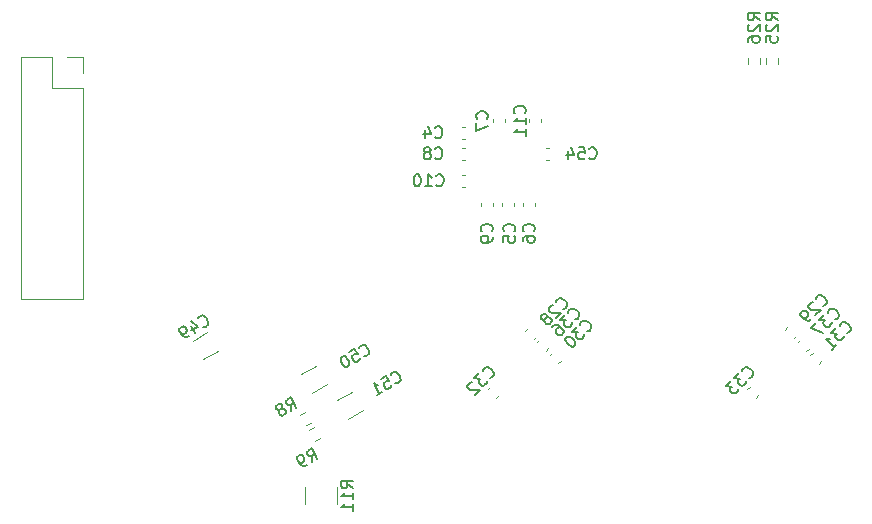
<source format=gbo>
%TF.GenerationSoftware,KiCad,Pcbnew,7.0.1-0*%
%TF.CreationDate,2023-04-03T11:55:14-05:00*%
%TF.ProjectId,plenum,706c656e-756d-42e6-9b69-6361645f7063,1*%
%TF.SameCoordinates,PXc1c9600PY2e063a0*%
%TF.FileFunction,Legend,Bot*%
%TF.FilePolarity,Positive*%
%FSLAX46Y46*%
G04 Gerber Fmt 4.6, Leading zero omitted, Abs format (unit mm)*
G04 Created by KiCad (PCBNEW 7.0.1-0) date 2023-04-03 11:55:14*
%MOMM*%
%LPD*%
G01*
G04 APERTURE LIST*
%ADD10C,0.150000*%
%ADD11C,0.120000*%
G04 APERTURE END LIST*
D10*
%TO.C,R11*%
X-85522381Y-45077142D02*
X-85998572Y-44743809D01*
X-85522381Y-44505714D02*
X-86522381Y-44505714D01*
X-86522381Y-44505714D02*
X-86522381Y-44886666D01*
X-86522381Y-44886666D02*
X-86474762Y-44981904D01*
X-86474762Y-44981904D02*
X-86427143Y-45029523D01*
X-86427143Y-45029523D02*
X-86331905Y-45077142D01*
X-86331905Y-45077142D02*
X-86189048Y-45077142D01*
X-86189048Y-45077142D02*
X-86093810Y-45029523D01*
X-86093810Y-45029523D02*
X-86046191Y-44981904D01*
X-86046191Y-44981904D02*
X-85998572Y-44886666D01*
X-85998572Y-44886666D02*
X-85998572Y-44505714D01*
X-85522381Y-46029523D02*
X-85522381Y-45458095D01*
X-85522381Y-45743809D02*
X-86522381Y-45743809D01*
X-86522381Y-45743809D02*
X-86379524Y-45648571D01*
X-86379524Y-45648571D02*
X-86284286Y-45553333D01*
X-86284286Y-45553333D02*
X-86236667Y-45458095D01*
X-85522381Y-46981904D02*
X-85522381Y-46410476D01*
X-85522381Y-46696190D02*
X-86522381Y-46696190D01*
X-86522381Y-46696190D02*
X-86379524Y-46600952D01*
X-86379524Y-46600952D02*
X-86284286Y-46505714D01*
X-86284286Y-46505714D02*
X-86236667Y-46410476D01*
%TO.C,C32*%
X-73956817Y-35751045D02*
X-73889474Y-35751045D01*
X-73889474Y-35751045D02*
X-73754787Y-35683702D01*
X-73754787Y-35683702D02*
X-73687443Y-35616358D01*
X-73687443Y-35616358D02*
X-73620100Y-35481671D01*
X-73620100Y-35481671D02*
X-73620100Y-35346984D01*
X-73620100Y-35346984D02*
X-73653771Y-35245969D01*
X-73653771Y-35245969D02*
X-73754787Y-35077610D01*
X-73754787Y-35077610D02*
X-73855802Y-34976595D01*
X-73855802Y-34976595D02*
X-74024161Y-34875580D01*
X-74024161Y-34875580D02*
X-74125176Y-34841908D01*
X-74125176Y-34841908D02*
X-74259863Y-34841908D01*
X-74259863Y-34841908D02*
X-74394550Y-34909252D01*
X-74394550Y-34909252D02*
X-74461894Y-34976595D01*
X-74461894Y-34976595D02*
X-74529237Y-35111282D01*
X-74529237Y-35111282D02*
X-74529237Y-35178626D01*
X-74832283Y-35346984D02*
X-75270016Y-35784717D01*
X-75270016Y-35784717D02*
X-74764939Y-35818389D01*
X-74764939Y-35818389D02*
X-74865955Y-35919404D01*
X-74865955Y-35919404D02*
X-74899626Y-36020419D01*
X-74899626Y-36020419D02*
X-74899626Y-36087763D01*
X-74899626Y-36087763D02*
X-74865955Y-36188778D01*
X-74865955Y-36188778D02*
X-74697596Y-36357137D01*
X-74697596Y-36357137D02*
X-74596581Y-36390809D01*
X-74596581Y-36390809D02*
X-74529237Y-36390809D01*
X-74529237Y-36390809D02*
X-74428222Y-36357137D01*
X-74428222Y-36357137D02*
X-74226191Y-36155106D01*
X-74226191Y-36155106D02*
X-74192520Y-36054091D01*
X-74192520Y-36054091D02*
X-74192520Y-35986748D01*
X-75472046Y-36121435D02*
X-75539390Y-36121435D01*
X-75539390Y-36121435D02*
X-75640405Y-36155106D01*
X-75640405Y-36155106D02*
X-75808764Y-36323465D01*
X-75808764Y-36323465D02*
X-75842435Y-36424480D01*
X-75842435Y-36424480D02*
X-75842435Y-36491824D01*
X-75842435Y-36491824D02*
X-75808764Y-36592839D01*
X-75808764Y-36592839D02*
X-75741420Y-36660183D01*
X-75741420Y-36660183D02*
X-75606733Y-36727526D01*
X-75606733Y-36727526D02*
X-74798611Y-36727526D01*
X-74798611Y-36727526D02*
X-75236344Y-37165259D01*
%TO.C,C50*%
X-84603579Y-33905732D02*
X-84538531Y-33923162D01*
X-84538531Y-33923162D02*
X-84391003Y-33892973D01*
X-84391003Y-33892973D02*
X-84308524Y-33845354D01*
X-84308524Y-33845354D02*
X-84208616Y-33732686D01*
X-84208616Y-33732686D02*
X-84173757Y-33602588D01*
X-84173757Y-33602588D02*
X-84180136Y-33496300D01*
X-84180136Y-33496300D02*
X-84234135Y-33307533D01*
X-84234135Y-33307533D02*
X-84305564Y-33183815D01*
X-84305564Y-33183815D02*
X-84442041Y-33042668D01*
X-84442041Y-33042668D02*
X-84530899Y-32983999D01*
X-84530899Y-32983999D02*
X-84660997Y-32949139D01*
X-84660997Y-32949139D02*
X-84808524Y-32979328D01*
X-84808524Y-32979328D02*
X-84891003Y-33026947D01*
X-84891003Y-33026947D02*
X-84990911Y-33139615D01*
X-84990911Y-33139615D02*
X-85008341Y-33204664D01*
X-85839507Y-33574566D02*
X-85427114Y-33336471D01*
X-85427114Y-33336471D02*
X-85147780Y-33725055D01*
X-85147780Y-33725055D02*
X-85212828Y-33707625D01*
X-85212828Y-33707625D02*
X-85319116Y-33714005D01*
X-85319116Y-33714005D02*
X-85525313Y-33833052D01*
X-85525313Y-33833052D02*
X-85583982Y-33921911D01*
X-85583982Y-33921911D02*
X-85601412Y-33986959D01*
X-85601412Y-33986959D02*
X-85595032Y-34093247D01*
X-85595032Y-34093247D02*
X-85475985Y-34299444D01*
X-85475985Y-34299444D02*
X-85387126Y-34358113D01*
X-85387126Y-34358113D02*
X-85322077Y-34375543D01*
X-85322077Y-34375543D02*
X-85215789Y-34369163D01*
X-85215789Y-34369163D02*
X-85009593Y-34250116D01*
X-85009593Y-34250116D02*
X-84950924Y-34161257D01*
X-84950924Y-34161257D02*
X-84933494Y-34096208D01*
X-86416857Y-33907900D02*
X-86499336Y-33955519D01*
X-86499336Y-33955519D02*
X-86558005Y-34044377D01*
X-86558005Y-34044377D02*
X-86575435Y-34109426D01*
X-86575435Y-34109426D02*
X-86569055Y-34215714D01*
X-86569055Y-34215714D02*
X-86515056Y-34404481D01*
X-86515056Y-34404481D02*
X-86396009Y-34610677D01*
X-86396009Y-34610677D02*
X-86259531Y-34751825D01*
X-86259531Y-34751825D02*
X-86170673Y-34810494D01*
X-86170673Y-34810494D02*
X-86105624Y-34827924D01*
X-86105624Y-34827924D02*
X-85999336Y-34821544D01*
X-85999336Y-34821544D02*
X-85916857Y-34773925D01*
X-85916857Y-34773925D02*
X-85858188Y-34685067D01*
X-85858188Y-34685067D02*
X-85840759Y-34620018D01*
X-85840759Y-34620018D02*
X-85847138Y-34513730D01*
X-85847138Y-34513730D02*
X-85901137Y-34324963D01*
X-85901137Y-34324963D02*
X-86020185Y-34118766D01*
X-86020185Y-34118766D02*
X-86156662Y-33977619D01*
X-86156662Y-33977619D02*
X-86245520Y-33918950D01*
X-86245520Y-33918950D02*
X-86310569Y-33901520D01*
X-86310569Y-33901520D02*
X-86416857Y-33907900D01*
%TO.C,C30*%
X-65706654Y-31809208D02*
X-65639311Y-31809208D01*
X-65639311Y-31809208D02*
X-65504624Y-31741865D01*
X-65504624Y-31741865D02*
X-65437280Y-31674521D01*
X-65437280Y-31674521D02*
X-65369937Y-31539834D01*
X-65369937Y-31539834D02*
X-65369937Y-31405147D01*
X-65369937Y-31405147D02*
X-65403608Y-31304132D01*
X-65403608Y-31304132D02*
X-65504624Y-31135773D01*
X-65504624Y-31135773D02*
X-65605639Y-31034758D01*
X-65605639Y-31034758D02*
X-65773998Y-30933743D01*
X-65773998Y-30933743D02*
X-65875013Y-30900071D01*
X-65875013Y-30900071D02*
X-66009700Y-30900071D01*
X-66009700Y-30900071D02*
X-66144387Y-30967415D01*
X-66144387Y-30967415D02*
X-66211731Y-31034758D01*
X-66211731Y-31034758D02*
X-66279074Y-31169445D01*
X-66279074Y-31169445D02*
X-66279074Y-31236789D01*
X-66582120Y-31405147D02*
X-67019853Y-31842880D01*
X-67019853Y-31842880D02*
X-66514776Y-31876552D01*
X-66514776Y-31876552D02*
X-66615792Y-31977567D01*
X-66615792Y-31977567D02*
X-66649463Y-32078582D01*
X-66649463Y-32078582D02*
X-66649463Y-32145926D01*
X-66649463Y-32145926D02*
X-66615792Y-32246941D01*
X-66615792Y-32246941D02*
X-66447433Y-32415300D01*
X-66447433Y-32415300D02*
X-66346418Y-32448972D01*
X-66346418Y-32448972D02*
X-66279074Y-32448972D01*
X-66279074Y-32448972D02*
X-66178059Y-32415300D01*
X-66178059Y-32415300D02*
X-65976028Y-32213269D01*
X-65976028Y-32213269D02*
X-65942357Y-32112254D01*
X-65942357Y-32112254D02*
X-65942357Y-32044911D01*
X-67457585Y-32280613D02*
X-67524929Y-32347956D01*
X-67524929Y-32347956D02*
X-67558601Y-32448972D01*
X-67558601Y-32448972D02*
X-67558601Y-32516315D01*
X-67558601Y-32516315D02*
X-67524929Y-32617330D01*
X-67524929Y-32617330D02*
X-67423914Y-32785689D01*
X-67423914Y-32785689D02*
X-67255555Y-32954048D01*
X-67255555Y-32954048D02*
X-67087196Y-33055063D01*
X-67087196Y-33055063D02*
X-66986181Y-33088735D01*
X-66986181Y-33088735D02*
X-66918837Y-33088735D01*
X-66918837Y-33088735D02*
X-66817822Y-33055063D01*
X-66817822Y-33055063D02*
X-66750479Y-32987720D01*
X-66750479Y-32987720D02*
X-66716807Y-32886704D01*
X-66716807Y-32886704D02*
X-66716807Y-32819361D01*
X-66716807Y-32819361D02*
X-66750479Y-32718346D01*
X-66750479Y-32718346D02*
X-66851494Y-32549987D01*
X-66851494Y-32549987D02*
X-67019853Y-32381628D01*
X-67019853Y-32381628D02*
X-67188211Y-32280613D01*
X-67188211Y-32280613D02*
X-67289227Y-32246941D01*
X-67289227Y-32246941D02*
X-67356570Y-32246941D01*
X-67356570Y-32246941D02*
X-67457585Y-32280613D01*
%TO.C,C33*%
X-51985817Y-35751045D02*
X-51918474Y-35751045D01*
X-51918474Y-35751045D02*
X-51783787Y-35683702D01*
X-51783787Y-35683702D02*
X-51716443Y-35616358D01*
X-51716443Y-35616358D02*
X-51649100Y-35481671D01*
X-51649100Y-35481671D02*
X-51649100Y-35346984D01*
X-51649100Y-35346984D02*
X-51682771Y-35245969D01*
X-51682771Y-35245969D02*
X-51783787Y-35077610D01*
X-51783787Y-35077610D02*
X-51884802Y-34976595D01*
X-51884802Y-34976595D02*
X-52053161Y-34875580D01*
X-52053161Y-34875580D02*
X-52154176Y-34841908D01*
X-52154176Y-34841908D02*
X-52288863Y-34841908D01*
X-52288863Y-34841908D02*
X-52423550Y-34909252D01*
X-52423550Y-34909252D02*
X-52490894Y-34976595D01*
X-52490894Y-34976595D02*
X-52558237Y-35111282D01*
X-52558237Y-35111282D02*
X-52558237Y-35178626D01*
X-52861283Y-35346984D02*
X-53299016Y-35784717D01*
X-53299016Y-35784717D02*
X-52793939Y-35818389D01*
X-52793939Y-35818389D02*
X-52894955Y-35919404D01*
X-52894955Y-35919404D02*
X-52928626Y-36020419D01*
X-52928626Y-36020419D02*
X-52928626Y-36087763D01*
X-52928626Y-36087763D02*
X-52894955Y-36188778D01*
X-52894955Y-36188778D02*
X-52726596Y-36357137D01*
X-52726596Y-36357137D02*
X-52625581Y-36390809D01*
X-52625581Y-36390809D02*
X-52558237Y-36390809D01*
X-52558237Y-36390809D02*
X-52457222Y-36357137D01*
X-52457222Y-36357137D02*
X-52255191Y-36155106D01*
X-52255191Y-36155106D02*
X-52221520Y-36054091D01*
X-52221520Y-36054091D02*
X-52221520Y-35986748D01*
X-53534718Y-36020419D02*
X-53972451Y-36458152D01*
X-53972451Y-36458152D02*
X-53467374Y-36491824D01*
X-53467374Y-36491824D02*
X-53568390Y-36592839D01*
X-53568390Y-36592839D02*
X-53602061Y-36693854D01*
X-53602061Y-36693854D02*
X-53602061Y-36761198D01*
X-53602061Y-36761198D02*
X-53568390Y-36862213D01*
X-53568390Y-36862213D02*
X-53400031Y-37030572D01*
X-53400031Y-37030572D02*
X-53299016Y-37064244D01*
X-53299016Y-37064244D02*
X-53231672Y-37064244D01*
X-53231672Y-37064244D02*
X-53130657Y-37030572D01*
X-53130657Y-37030572D02*
X-52928626Y-36828541D01*
X-52928626Y-36828541D02*
X-52894955Y-36727526D01*
X-52894955Y-36727526D02*
X-52894955Y-36660183D01*
%TO.C,C6*%
X-70244620Y-23328333D02*
X-70197000Y-23280714D01*
X-70197000Y-23280714D02*
X-70149381Y-23137857D01*
X-70149381Y-23137857D02*
X-70149381Y-23042619D01*
X-70149381Y-23042619D02*
X-70197000Y-22899762D01*
X-70197000Y-22899762D02*
X-70292239Y-22804524D01*
X-70292239Y-22804524D02*
X-70387477Y-22756905D01*
X-70387477Y-22756905D02*
X-70577953Y-22709286D01*
X-70577953Y-22709286D02*
X-70720810Y-22709286D01*
X-70720810Y-22709286D02*
X-70911286Y-22756905D01*
X-70911286Y-22756905D02*
X-71006524Y-22804524D01*
X-71006524Y-22804524D02*
X-71101762Y-22899762D01*
X-71101762Y-22899762D02*
X-71149381Y-23042619D01*
X-71149381Y-23042619D02*
X-71149381Y-23137857D01*
X-71149381Y-23137857D02*
X-71101762Y-23280714D01*
X-71101762Y-23280714D02*
X-71054143Y-23328333D01*
X-71149381Y-24185476D02*
X-71149381Y-23995000D01*
X-71149381Y-23995000D02*
X-71101762Y-23899762D01*
X-71101762Y-23899762D02*
X-71054143Y-23852143D01*
X-71054143Y-23852143D02*
X-70911286Y-23756905D01*
X-70911286Y-23756905D02*
X-70720810Y-23709286D01*
X-70720810Y-23709286D02*
X-70339858Y-23709286D01*
X-70339858Y-23709286D02*
X-70244620Y-23756905D01*
X-70244620Y-23756905D02*
X-70197000Y-23804524D01*
X-70197000Y-23804524D02*
X-70149381Y-23899762D01*
X-70149381Y-23899762D02*
X-70149381Y-24090238D01*
X-70149381Y-24090238D02*
X-70197000Y-24185476D01*
X-70197000Y-24185476D02*
X-70244620Y-24233095D01*
X-70244620Y-24233095D02*
X-70339858Y-24280714D01*
X-70339858Y-24280714D02*
X-70577953Y-24280714D01*
X-70577953Y-24280714D02*
X-70673191Y-24233095D01*
X-70673191Y-24233095D02*
X-70720810Y-24185476D01*
X-70720810Y-24185476D02*
X-70768429Y-24090238D01*
X-70768429Y-24090238D02*
X-70768429Y-23899762D01*
X-70768429Y-23899762D02*
X-70720810Y-23804524D01*
X-70720810Y-23804524D02*
X-70673191Y-23756905D01*
X-70673191Y-23756905D02*
X-70577953Y-23709286D01*
%TO.C,C10*%
X-78478143Y-19417380D02*
X-78430524Y-19465000D01*
X-78430524Y-19465000D02*
X-78287667Y-19512619D01*
X-78287667Y-19512619D02*
X-78192429Y-19512619D01*
X-78192429Y-19512619D02*
X-78049572Y-19465000D01*
X-78049572Y-19465000D02*
X-77954334Y-19369761D01*
X-77954334Y-19369761D02*
X-77906715Y-19274523D01*
X-77906715Y-19274523D02*
X-77859096Y-19084047D01*
X-77859096Y-19084047D02*
X-77859096Y-18941190D01*
X-77859096Y-18941190D02*
X-77906715Y-18750714D01*
X-77906715Y-18750714D02*
X-77954334Y-18655476D01*
X-77954334Y-18655476D02*
X-78049572Y-18560238D01*
X-78049572Y-18560238D02*
X-78192429Y-18512619D01*
X-78192429Y-18512619D02*
X-78287667Y-18512619D01*
X-78287667Y-18512619D02*
X-78430524Y-18560238D01*
X-78430524Y-18560238D02*
X-78478143Y-18607857D01*
X-79430524Y-19512619D02*
X-78859096Y-19512619D01*
X-79144810Y-19512619D02*
X-79144810Y-18512619D01*
X-79144810Y-18512619D02*
X-79049572Y-18655476D01*
X-79049572Y-18655476D02*
X-78954334Y-18750714D01*
X-78954334Y-18750714D02*
X-78859096Y-18798333D01*
X-80049572Y-18512619D02*
X-80144810Y-18512619D01*
X-80144810Y-18512619D02*
X-80240048Y-18560238D01*
X-80240048Y-18560238D02*
X-80287667Y-18607857D01*
X-80287667Y-18607857D02*
X-80335286Y-18703095D01*
X-80335286Y-18703095D02*
X-80382905Y-18893571D01*
X-80382905Y-18893571D02*
X-80382905Y-19131666D01*
X-80382905Y-19131666D02*
X-80335286Y-19322142D01*
X-80335286Y-19322142D02*
X-80287667Y-19417380D01*
X-80287667Y-19417380D02*
X-80240048Y-19465000D01*
X-80240048Y-19465000D02*
X-80144810Y-19512619D01*
X-80144810Y-19512619D02*
X-80049572Y-19512619D01*
X-80049572Y-19512619D02*
X-79954334Y-19465000D01*
X-79954334Y-19465000D02*
X-79906715Y-19417380D01*
X-79906715Y-19417380D02*
X-79859096Y-19322142D01*
X-79859096Y-19322142D02*
X-79811477Y-19131666D01*
X-79811477Y-19131666D02*
X-79811477Y-18893571D01*
X-79811477Y-18893571D02*
X-79859096Y-18703095D01*
X-79859096Y-18703095D02*
X-79906715Y-18607857D01*
X-79906715Y-18607857D02*
X-79954334Y-18560238D01*
X-79954334Y-18560238D02*
X-80049572Y-18512619D01*
%TO.C,C36*%
X-66722654Y-30793207D02*
X-66655311Y-30793207D01*
X-66655311Y-30793207D02*
X-66520624Y-30725864D01*
X-66520624Y-30725864D02*
X-66453280Y-30658520D01*
X-66453280Y-30658520D02*
X-66385937Y-30523833D01*
X-66385937Y-30523833D02*
X-66385937Y-30389146D01*
X-66385937Y-30389146D02*
X-66419608Y-30288131D01*
X-66419608Y-30288131D02*
X-66520624Y-30119772D01*
X-66520624Y-30119772D02*
X-66621639Y-30018757D01*
X-66621639Y-30018757D02*
X-66789998Y-29917742D01*
X-66789998Y-29917742D02*
X-66891013Y-29884070D01*
X-66891013Y-29884070D02*
X-67025700Y-29884070D01*
X-67025700Y-29884070D02*
X-67160387Y-29951414D01*
X-67160387Y-29951414D02*
X-67227731Y-30018757D01*
X-67227731Y-30018757D02*
X-67295074Y-30153444D01*
X-67295074Y-30153444D02*
X-67295074Y-30220788D01*
X-67598120Y-30389146D02*
X-68035853Y-30826879D01*
X-68035853Y-30826879D02*
X-67530776Y-30860551D01*
X-67530776Y-30860551D02*
X-67631792Y-30961566D01*
X-67631792Y-30961566D02*
X-67665463Y-31062581D01*
X-67665463Y-31062581D02*
X-67665463Y-31129925D01*
X-67665463Y-31129925D02*
X-67631792Y-31230940D01*
X-67631792Y-31230940D02*
X-67463433Y-31399299D01*
X-67463433Y-31399299D02*
X-67362418Y-31432971D01*
X-67362418Y-31432971D02*
X-67295074Y-31432971D01*
X-67295074Y-31432971D02*
X-67194059Y-31399299D01*
X-67194059Y-31399299D02*
X-66992028Y-31197268D01*
X-66992028Y-31197268D02*
X-66958357Y-31096253D01*
X-66958357Y-31096253D02*
X-66958357Y-31028910D01*
X-68641944Y-31432971D02*
X-68507257Y-31298284D01*
X-68507257Y-31298284D02*
X-68406242Y-31264612D01*
X-68406242Y-31264612D02*
X-68338898Y-31264612D01*
X-68338898Y-31264612D02*
X-68170540Y-31298284D01*
X-68170540Y-31298284D02*
X-68002181Y-31399299D01*
X-68002181Y-31399299D02*
X-67732807Y-31668673D01*
X-67732807Y-31668673D02*
X-67699135Y-31769688D01*
X-67699135Y-31769688D02*
X-67699135Y-31837032D01*
X-67699135Y-31837032D02*
X-67732807Y-31938047D01*
X-67732807Y-31938047D02*
X-67867494Y-32072734D01*
X-67867494Y-32072734D02*
X-67968509Y-32106406D01*
X-67968509Y-32106406D02*
X-68035853Y-32106406D01*
X-68035853Y-32106406D02*
X-68136868Y-32072734D01*
X-68136868Y-32072734D02*
X-68305227Y-31904375D01*
X-68305227Y-31904375D02*
X-68338898Y-31803360D01*
X-68338898Y-31803360D02*
X-68338898Y-31736016D01*
X-68338898Y-31736016D02*
X-68305227Y-31635001D01*
X-68305227Y-31635001D02*
X-68170540Y-31500314D01*
X-68170540Y-31500314D02*
X-68069524Y-31466642D01*
X-68069524Y-31466642D02*
X-68002181Y-31466642D01*
X-68002181Y-31466642D02*
X-67901166Y-31500314D01*
%TO.C,C9*%
X-73800620Y-23328333D02*
X-73753000Y-23280714D01*
X-73753000Y-23280714D02*
X-73705381Y-23137857D01*
X-73705381Y-23137857D02*
X-73705381Y-23042619D01*
X-73705381Y-23042619D02*
X-73753000Y-22899762D01*
X-73753000Y-22899762D02*
X-73848239Y-22804524D01*
X-73848239Y-22804524D02*
X-73943477Y-22756905D01*
X-73943477Y-22756905D02*
X-74133953Y-22709286D01*
X-74133953Y-22709286D02*
X-74276810Y-22709286D01*
X-74276810Y-22709286D02*
X-74467286Y-22756905D01*
X-74467286Y-22756905D02*
X-74562524Y-22804524D01*
X-74562524Y-22804524D02*
X-74657762Y-22899762D01*
X-74657762Y-22899762D02*
X-74705381Y-23042619D01*
X-74705381Y-23042619D02*
X-74705381Y-23137857D01*
X-74705381Y-23137857D02*
X-74657762Y-23280714D01*
X-74657762Y-23280714D02*
X-74610143Y-23328333D01*
X-73705381Y-23804524D02*
X-73705381Y-23995000D01*
X-73705381Y-23995000D02*
X-73753000Y-24090238D01*
X-73753000Y-24090238D02*
X-73800620Y-24137857D01*
X-73800620Y-24137857D02*
X-73943477Y-24233095D01*
X-73943477Y-24233095D02*
X-74133953Y-24280714D01*
X-74133953Y-24280714D02*
X-74514905Y-24280714D01*
X-74514905Y-24280714D02*
X-74610143Y-24233095D01*
X-74610143Y-24233095D02*
X-74657762Y-24185476D01*
X-74657762Y-24185476D02*
X-74705381Y-24090238D01*
X-74705381Y-24090238D02*
X-74705381Y-23899762D01*
X-74705381Y-23899762D02*
X-74657762Y-23804524D01*
X-74657762Y-23804524D02*
X-74610143Y-23756905D01*
X-74610143Y-23756905D02*
X-74514905Y-23709286D01*
X-74514905Y-23709286D02*
X-74276810Y-23709286D01*
X-74276810Y-23709286D02*
X-74181572Y-23756905D01*
X-74181572Y-23756905D02*
X-74133953Y-23804524D01*
X-74133953Y-23804524D02*
X-74086334Y-23899762D01*
X-74086334Y-23899762D02*
X-74086334Y-24090238D01*
X-74086334Y-24090238D02*
X-74133953Y-24185476D01*
X-74133953Y-24185476D02*
X-74181572Y-24233095D01*
X-74181572Y-24233095D02*
X-74276810Y-24280714D01*
%TO.C,C49*%
X-98228579Y-31414585D02*
X-98163531Y-31432015D01*
X-98163531Y-31432015D02*
X-98016003Y-31401826D01*
X-98016003Y-31401826D02*
X-97933524Y-31354207D01*
X-97933524Y-31354207D02*
X-97833616Y-31241539D01*
X-97833616Y-31241539D02*
X-97798757Y-31111441D01*
X-97798757Y-31111441D02*
X-97805136Y-31005153D01*
X-97805136Y-31005153D02*
X-97859135Y-30816386D01*
X-97859135Y-30816386D02*
X-97930564Y-30692668D01*
X-97930564Y-30692668D02*
X-98067041Y-30551521D01*
X-98067041Y-30551521D02*
X-98155899Y-30492852D01*
X-98155899Y-30492852D02*
X-98285997Y-30457992D01*
X-98285997Y-30457992D02*
X-98433524Y-30488181D01*
X-98433524Y-30488181D02*
X-98516003Y-30535800D01*
X-98516003Y-30535800D02*
X-98615911Y-30648468D01*
X-98615911Y-30648468D02*
X-98633341Y-30713517D01*
X-99256601Y-31348285D02*
X-98923268Y-31925635D01*
X-99240881Y-30899323D02*
X-98677541Y-31398865D01*
X-98677541Y-31398865D02*
X-99213652Y-31708389D01*
X-99418140Y-32211349D02*
X-99583097Y-32306588D01*
X-99583097Y-32306588D02*
X-99689385Y-32312967D01*
X-99689385Y-32312967D02*
X-99754434Y-32295538D01*
X-99754434Y-32295538D02*
X-99908341Y-32219439D01*
X-99908341Y-32219439D02*
X-100044818Y-32078291D01*
X-100044818Y-32078291D02*
X-100235294Y-31748377D01*
X-100235294Y-31748377D02*
X-100241674Y-31642088D01*
X-100241674Y-31642088D02*
X-100224244Y-31577040D01*
X-100224244Y-31577040D02*
X-100165575Y-31488181D01*
X-100165575Y-31488181D02*
X-100000618Y-31392943D01*
X-100000618Y-31392943D02*
X-99894330Y-31386563D01*
X-99894330Y-31386563D02*
X-99829281Y-31403993D01*
X-99829281Y-31403993D02*
X-99740423Y-31462662D01*
X-99740423Y-31462662D02*
X-99621375Y-31668859D01*
X-99621375Y-31668859D02*
X-99614995Y-31775147D01*
X-99614995Y-31775147D02*
X-99632425Y-31840196D01*
X-99632425Y-31840196D02*
X-99691094Y-31929054D01*
X-99691094Y-31929054D02*
X-99856052Y-32024292D01*
X-99856052Y-32024292D02*
X-99962340Y-32030672D01*
X-99962340Y-32030672D02*
X-100027388Y-32013242D01*
X-100027388Y-32013242D02*
X-100116247Y-31954573D01*
%TO.C,R8*%
X-90810354Y-38544306D02*
X-90759774Y-37965247D01*
X-90315482Y-38258592D02*
X-90815482Y-37392567D01*
X-90815482Y-37392567D02*
X-91145397Y-37583043D01*
X-91145397Y-37583043D02*
X-91204066Y-37671901D01*
X-91204066Y-37671901D02*
X-91221495Y-37736950D01*
X-91221495Y-37736950D02*
X-91215116Y-37843238D01*
X-91215116Y-37843238D02*
X-91143687Y-37966956D01*
X-91143687Y-37966956D02*
X-91054829Y-38025625D01*
X-91054829Y-38025625D02*
X-90989780Y-38043055D01*
X-90989780Y-38043055D02*
X-90883492Y-38036675D01*
X-90883492Y-38036675D02*
X-90553577Y-37846199D01*
X-91590940Y-38335149D02*
X-91532271Y-38246291D01*
X-91532271Y-38246291D02*
X-91514841Y-38181242D01*
X-91514841Y-38181242D02*
X-91521221Y-38074954D01*
X-91521221Y-38074954D02*
X-91545030Y-38033714D01*
X-91545030Y-38033714D02*
X-91633889Y-37975045D01*
X-91633889Y-37975045D02*
X-91698937Y-37957615D01*
X-91698937Y-37957615D02*
X-91805225Y-37963995D01*
X-91805225Y-37963995D02*
X-91970183Y-38059233D01*
X-91970183Y-38059233D02*
X-92028852Y-38148092D01*
X-92028852Y-38148092D02*
X-92046282Y-38213140D01*
X-92046282Y-38213140D02*
X-92039902Y-38319429D01*
X-92039902Y-38319429D02*
X-92016092Y-38360668D01*
X-92016092Y-38360668D02*
X-91927234Y-38419337D01*
X-91927234Y-38419337D02*
X-91862185Y-38436767D01*
X-91862185Y-38436767D02*
X-91755897Y-38430387D01*
X-91755897Y-38430387D02*
X-91590940Y-38335149D01*
X-91590940Y-38335149D02*
X-91484652Y-38328769D01*
X-91484652Y-38328769D02*
X-91419603Y-38346199D01*
X-91419603Y-38346199D02*
X-91330744Y-38404868D01*
X-91330744Y-38404868D02*
X-91235506Y-38569825D01*
X-91235506Y-38569825D02*
X-91229127Y-38676113D01*
X-91229127Y-38676113D02*
X-91246556Y-38741162D01*
X-91246556Y-38741162D02*
X-91305225Y-38830021D01*
X-91305225Y-38830021D02*
X-91470183Y-38925259D01*
X-91470183Y-38925259D02*
X-91576471Y-38931638D01*
X-91576471Y-38931638D02*
X-91641520Y-38914209D01*
X-91641520Y-38914209D02*
X-91730378Y-38855540D01*
X-91730378Y-38855540D02*
X-91825616Y-38690582D01*
X-91825616Y-38690582D02*
X-91831996Y-38584294D01*
X-91831996Y-38584294D02*
X-91814566Y-38519245D01*
X-91814566Y-38519245D02*
X-91755897Y-38430387D01*
%TO.C,C37*%
X-44751655Y-30793208D02*
X-44684312Y-30793208D01*
X-44684312Y-30793208D02*
X-44549625Y-30725865D01*
X-44549625Y-30725865D02*
X-44482281Y-30658521D01*
X-44482281Y-30658521D02*
X-44414938Y-30523834D01*
X-44414938Y-30523834D02*
X-44414938Y-30389147D01*
X-44414938Y-30389147D02*
X-44448609Y-30288132D01*
X-44448609Y-30288132D02*
X-44549625Y-30119773D01*
X-44549625Y-30119773D02*
X-44650640Y-30018758D01*
X-44650640Y-30018758D02*
X-44818999Y-29917743D01*
X-44818999Y-29917743D02*
X-44920014Y-29884071D01*
X-44920014Y-29884071D02*
X-45054701Y-29884071D01*
X-45054701Y-29884071D02*
X-45189388Y-29951415D01*
X-45189388Y-29951415D02*
X-45256732Y-30018758D01*
X-45256732Y-30018758D02*
X-45324075Y-30153445D01*
X-45324075Y-30153445D02*
X-45324075Y-30220789D01*
X-45627121Y-30389147D02*
X-46064854Y-30826880D01*
X-46064854Y-30826880D02*
X-45559777Y-30860552D01*
X-45559777Y-30860552D02*
X-45660793Y-30961567D01*
X-45660793Y-30961567D02*
X-45694464Y-31062582D01*
X-45694464Y-31062582D02*
X-45694464Y-31129926D01*
X-45694464Y-31129926D02*
X-45660793Y-31230941D01*
X-45660793Y-31230941D02*
X-45492434Y-31399300D01*
X-45492434Y-31399300D02*
X-45391419Y-31432972D01*
X-45391419Y-31432972D02*
X-45324075Y-31432972D01*
X-45324075Y-31432972D02*
X-45223060Y-31399300D01*
X-45223060Y-31399300D02*
X-45021029Y-31197269D01*
X-45021029Y-31197269D02*
X-44987358Y-31096254D01*
X-44987358Y-31096254D02*
X-44987358Y-31028911D01*
X-46300556Y-31062582D02*
X-46771960Y-31533987D01*
X-46771960Y-31533987D02*
X-45761808Y-31938048D01*
%TO.C,C28*%
X-67738654Y-29904209D02*
X-67671311Y-29904209D01*
X-67671311Y-29904209D02*
X-67536624Y-29836866D01*
X-67536624Y-29836866D02*
X-67469280Y-29769522D01*
X-67469280Y-29769522D02*
X-67401937Y-29634835D01*
X-67401937Y-29634835D02*
X-67401937Y-29500148D01*
X-67401937Y-29500148D02*
X-67435608Y-29399133D01*
X-67435608Y-29399133D02*
X-67536624Y-29230774D01*
X-67536624Y-29230774D02*
X-67637639Y-29129759D01*
X-67637639Y-29129759D02*
X-67805998Y-29028744D01*
X-67805998Y-29028744D02*
X-67907013Y-28995072D01*
X-67907013Y-28995072D02*
X-68041700Y-28995072D01*
X-68041700Y-28995072D02*
X-68176387Y-29062416D01*
X-68176387Y-29062416D02*
X-68243731Y-29129759D01*
X-68243731Y-29129759D02*
X-68311074Y-29264446D01*
X-68311074Y-29264446D02*
X-68311074Y-29331790D01*
X-68580448Y-29601164D02*
X-68647792Y-29601164D01*
X-68647792Y-29601164D02*
X-68748807Y-29634835D01*
X-68748807Y-29634835D02*
X-68917166Y-29803194D01*
X-68917166Y-29803194D02*
X-68950837Y-29904209D01*
X-68950837Y-29904209D02*
X-68950837Y-29971553D01*
X-68950837Y-29971553D02*
X-68917166Y-30072568D01*
X-68917166Y-30072568D02*
X-68849822Y-30139912D01*
X-68849822Y-30139912D02*
X-68715135Y-30207255D01*
X-68715135Y-30207255D02*
X-67907013Y-30207255D01*
X-67907013Y-30207255D02*
X-68344746Y-30644988D01*
X-69152868Y-30644988D02*
X-69119196Y-30543973D01*
X-69119196Y-30543973D02*
X-69119196Y-30476629D01*
X-69119196Y-30476629D02*
X-69152868Y-30375614D01*
X-69152868Y-30375614D02*
X-69186540Y-30341942D01*
X-69186540Y-30341942D02*
X-69287555Y-30308270D01*
X-69287555Y-30308270D02*
X-69354898Y-30308270D01*
X-69354898Y-30308270D02*
X-69455914Y-30341942D01*
X-69455914Y-30341942D02*
X-69590601Y-30476629D01*
X-69590601Y-30476629D02*
X-69624272Y-30577644D01*
X-69624272Y-30577644D02*
X-69624272Y-30644988D01*
X-69624272Y-30644988D02*
X-69590601Y-30746003D01*
X-69590601Y-30746003D02*
X-69556929Y-30779675D01*
X-69556929Y-30779675D02*
X-69455914Y-30813347D01*
X-69455914Y-30813347D02*
X-69388570Y-30813347D01*
X-69388570Y-30813347D02*
X-69287555Y-30779675D01*
X-69287555Y-30779675D02*
X-69152868Y-30644988D01*
X-69152868Y-30644988D02*
X-69051853Y-30611316D01*
X-69051853Y-30611316D02*
X-68984509Y-30611316D01*
X-68984509Y-30611316D02*
X-68883494Y-30644988D01*
X-68883494Y-30644988D02*
X-68748807Y-30779675D01*
X-68748807Y-30779675D02*
X-68715135Y-30880690D01*
X-68715135Y-30880690D02*
X-68715135Y-30948034D01*
X-68715135Y-30948034D02*
X-68748807Y-31049049D01*
X-68748807Y-31049049D02*
X-68883494Y-31183736D01*
X-68883494Y-31183736D02*
X-68984509Y-31217408D01*
X-68984509Y-31217408D02*
X-69051853Y-31217408D01*
X-69051853Y-31217408D02*
X-69152868Y-31183736D01*
X-69152868Y-31183736D02*
X-69287555Y-31049049D01*
X-69287555Y-31049049D02*
X-69321227Y-30948034D01*
X-69321227Y-30948034D02*
X-69321227Y-30880690D01*
X-69321227Y-30880690D02*
X-69287555Y-30779675D01*
%TO.C,C4*%
X-78573334Y-15353380D02*
X-78525715Y-15401000D01*
X-78525715Y-15401000D02*
X-78382858Y-15448619D01*
X-78382858Y-15448619D02*
X-78287620Y-15448619D01*
X-78287620Y-15448619D02*
X-78144763Y-15401000D01*
X-78144763Y-15401000D02*
X-78049525Y-15305761D01*
X-78049525Y-15305761D02*
X-78001906Y-15210523D01*
X-78001906Y-15210523D02*
X-77954287Y-15020047D01*
X-77954287Y-15020047D02*
X-77954287Y-14877190D01*
X-77954287Y-14877190D02*
X-78001906Y-14686714D01*
X-78001906Y-14686714D02*
X-78049525Y-14591476D01*
X-78049525Y-14591476D02*
X-78144763Y-14496238D01*
X-78144763Y-14496238D02*
X-78287620Y-14448619D01*
X-78287620Y-14448619D02*
X-78382858Y-14448619D01*
X-78382858Y-14448619D02*
X-78525715Y-14496238D01*
X-78525715Y-14496238D02*
X-78573334Y-14543857D01*
X-79430477Y-14781952D02*
X-79430477Y-15448619D01*
X-79192382Y-14401000D02*
X-78954287Y-15115285D01*
X-78954287Y-15115285D02*
X-79573334Y-15115285D01*
%TO.C,C54*%
X-65524143Y-17131380D02*
X-65476524Y-17179000D01*
X-65476524Y-17179000D02*
X-65333667Y-17226619D01*
X-65333667Y-17226619D02*
X-65238429Y-17226619D01*
X-65238429Y-17226619D02*
X-65095572Y-17179000D01*
X-65095572Y-17179000D02*
X-65000334Y-17083761D01*
X-65000334Y-17083761D02*
X-64952715Y-16988523D01*
X-64952715Y-16988523D02*
X-64905096Y-16798047D01*
X-64905096Y-16798047D02*
X-64905096Y-16655190D01*
X-64905096Y-16655190D02*
X-64952715Y-16464714D01*
X-64952715Y-16464714D02*
X-65000334Y-16369476D01*
X-65000334Y-16369476D02*
X-65095572Y-16274238D01*
X-65095572Y-16274238D02*
X-65238429Y-16226619D01*
X-65238429Y-16226619D02*
X-65333667Y-16226619D01*
X-65333667Y-16226619D02*
X-65476524Y-16274238D01*
X-65476524Y-16274238D02*
X-65524143Y-16321857D01*
X-66428905Y-16226619D02*
X-65952715Y-16226619D01*
X-65952715Y-16226619D02*
X-65905096Y-16702809D01*
X-65905096Y-16702809D02*
X-65952715Y-16655190D01*
X-65952715Y-16655190D02*
X-66047953Y-16607571D01*
X-66047953Y-16607571D02*
X-66286048Y-16607571D01*
X-66286048Y-16607571D02*
X-66381286Y-16655190D01*
X-66381286Y-16655190D02*
X-66428905Y-16702809D01*
X-66428905Y-16702809D02*
X-66476524Y-16798047D01*
X-66476524Y-16798047D02*
X-66476524Y-17036142D01*
X-66476524Y-17036142D02*
X-66428905Y-17131380D01*
X-66428905Y-17131380D02*
X-66381286Y-17179000D01*
X-66381286Y-17179000D02*
X-66286048Y-17226619D01*
X-66286048Y-17226619D02*
X-66047953Y-17226619D01*
X-66047953Y-17226619D02*
X-65952715Y-17179000D01*
X-65952715Y-17179000D02*
X-65905096Y-17131380D01*
X-67333667Y-16559952D02*
X-67333667Y-17226619D01*
X-67095572Y-16179000D02*
X-66857477Y-16893285D01*
X-66857477Y-16893285D02*
X-67476524Y-16893285D01*
%TO.C,C8*%
X-78573334Y-17131380D02*
X-78525715Y-17179000D01*
X-78525715Y-17179000D02*
X-78382858Y-17226619D01*
X-78382858Y-17226619D02*
X-78287620Y-17226619D01*
X-78287620Y-17226619D02*
X-78144763Y-17179000D01*
X-78144763Y-17179000D02*
X-78049525Y-17083761D01*
X-78049525Y-17083761D02*
X-78001906Y-16988523D01*
X-78001906Y-16988523D02*
X-77954287Y-16798047D01*
X-77954287Y-16798047D02*
X-77954287Y-16655190D01*
X-77954287Y-16655190D02*
X-78001906Y-16464714D01*
X-78001906Y-16464714D02*
X-78049525Y-16369476D01*
X-78049525Y-16369476D02*
X-78144763Y-16274238D01*
X-78144763Y-16274238D02*
X-78287620Y-16226619D01*
X-78287620Y-16226619D02*
X-78382858Y-16226619D01*
X-78382858Y-16226619D02*
X-78525715Y-16274238D01*
X-78525715Y-16274238D02*
X-78573334Y-16321857D01*
X-79144763Y-16655190D02*
X-79049525Y-16607571D01*
X-79049525Y-16607571D02*
X-79001906Y-16559952D01*
X-79001906Y-16559952D02*
X-78954287Y-16464714D01*
X-78954287Y-16464714D02*
X-78954287Y-16417095D01*
X-78954287Y-16417095D02*
X-79001906Y-16321857D01*
X-79001906Y-16321857D02*
X-79049525Y-16274238D01*
X-79049525Y-16274238D02*
X-79144763Y-16226619D01*
X-79144763Y-16226619D02*
X-79335239Y-16226619D01*
X-79335239Y-16226619D02*
X-79430477Y-16274238D01*
X-79430477Y-16274238D02*
X-79478096Y-16321857D01*
X-79478096Y-16321857D02*
X-79525715Y-16417095D01*
X-79525715Y-16417095D02*
X-79525715Y-16464714D01*
X-79525715Y-16464714D02*
X-79478096Y-16559952D01*
X-79478096Y-16559952D02*
X-79430477Y-16607571D01*
X-79430477Y-16607571D02*
X-79335239Y-16655190D01*
X-79335239Y-16655190D02*
X-79144763Y-16655190D01*
X-79144763Y-16655190D02*
X-79049525Y-16702809D01*
X-79049525Y-16702809D02*
X-79001906Y-16750428D01*
X-79001906Y-16750428D02*
X-78954287Y-16845666D01*
X-78954287Y-16845666D02*
X-78954287Y-17036142D01*
X-78954287Y-17036142D02*
X-79001906Y-17131380D01*
X-79001906Y-17131380D02*
X-79049525Y-17179000D01*
X-79049525Y-17179000D02*
X-79144763Y-17226619D01*
X-79144763Y-17226619D02*
X-79335239Y-17226619D01*
X-79335239Y-17226619D02*
X-79430477Y-17179000D01*
X-79430477Y-17179000D02*
X-79478096Y-17131380D01*
X-79478096Y-17131380D02*
X-79525715Y-17036142D01*
X-79525715Y-17036142D02*
X-79525715Y-16845666D01*
X-79525715Y-16845666D02*
X-79478096Y-16750428D01*
X-79478096Y-16750428D02*
X-79430477Y-16702809D01*
X-79430477Y-16702809D02*
X-79335239Y-16655190D01*
%TO.C,C29*%
X-45767653Y-29650208D02*
X-45700310Y-29650208D01*
X-45700310Y-29650208D02*
X-45565623Y-29582865D01*
X-45565623Y-29582865D02*
X-45498279Y-29515521D01*
X-45498279Y-29515521D02*
X-45430936Y-29380834D01*
X-45430936Y-29380834D02*
X-45430936Y-29246147D01*
X-45430936Y-29246147D02*
X-45464607Y-29145132D01*
X-45464607Y-29145132D02*
X-45565623Y-28976773D01*
X-45565623Y-28976773D02*
X-45666638Y-28875758D01*
X-45666638Y-28875758D02*
X-45834997Y-28774743D01*
X-45834997Y-28774743D02*
X-45936012Y-28741071D01*
X-45936012Y-28741071D02*
X-46070699Y-28741071D01*
X-46070699Y-28741071D02*
X-46205386Y-28808415D01*
X-46205386Y-28808415D02*
X-46272730Y-28875758D01*
X-46272730Y-28875758D02*
X-46340073Y-29010445D01*
X-46340073Y-29010445D02*
X-46340073Y-29077789D01*
X-46609447Y-29347163D02*
X-46676791Y-29347163D01*
X-46676791Y-29347163D02*
X-46777806Y-29380834D01*
X-46777806Y-29380834D02*
X-46946165Y-29549193D01*
X-46946165Y-29549193D02*
X-46979836Y-29650208D01*
X-46979836Y-29650208D02*
X-46979836Y-29717552D01*
X-46979836Y-29717552D02*
X-46946165Y-29818567D01*
X-46946165Y-29818567D02*
X-46878821Y-29885911D01*
X-46878821Y-29885911D02*
X-46744134Y-29953254D01*
X-46744134Y-29953254D02*
X-45936012Y-29953254D01*
X-45936012Y-29953254D02*
X-46373745Y-30390987D01*
X-46710462Y-30727704D02*
X-46845149Y-30862391D01*
X-46845149Y-30862391D02*
X-46946165Y-30896063D01*
X-46946165Y-30896063D02*
X-47013508Y-30896063D01*
X-47013508Y-30896063D02*
X-47181867Y-30862391D01*
X-47181867Y-30862391D02*
X-47350226Y-30761376D01*
X-47350226Y-30761376D02*
X-47619600Y-30492002D01*
X-47619600Y-30492002D02*
X-47653271Y-30390987D01*
X-47653271Y-30390987D02*
X-47653271Y-30323643D01*
X-47653271Y-30323643D02*
X-47619600Y-30222628D01*
X-47619600Y-30222628D02*
X-47484913Y-30087941D01*
X-47484913Y-30087941D02*
X-47383897Y-30054269D01*
X-47383897Y-30054269D02*
X-47316554Y-30054269D01*
X-47316554Y-30054269D02*
X-47215539Y-30087941D01*
X-47215539Y-30087941D02*
X-47047180Y-30256300D01*
X-47047180Y-30256300D02*
X-47013508Y-30357315D01*
X-47013508Y-30357315D02*
X-47013508Y-30424659D01*
X-47013508Y-30424659D02*
X-47047180Y-30525674D01*
X-47047180Y-30525674D02*
X-47181867Y-30660361D01*
X-47181867Y-30660361D02*
X-47282882Y-30694033D01*
X-47282882Y-30694033D02*
X-47350226Y-30694033D01*
X-47350226Y-30694033D02*
X-47451241Y-30660361D01*
%TO.C,R26*%
X-51099381Y-5453142D02*
X-51575572Y-5119809D01*
X-51099381Y-4881714D02*
X-52099381Y-4881714D01*
X-52099381Y-4881714D02*
X-52099381Y-5262666D01*
X-52099381Y-5262666D02*
X-52051762Y-5357904D01*
X-52051762Y-5357904D02*
X-52004143Y-5405523D01*
X-52004143Y-5405523D02*
X-51908905Y-5453142D01*
X-51908905Y-5453142D02*
X-51766048Y-5453142D01*
X-51766048Y-5453142D02*
X-51670810Y-5405523D01*
X-51670810Y-5405523D02*
X-51623191Y-5357904D01*
X-51623191Y-5357904D02*
X-51575572Y-5262666D01*
X-51575572Y-5262666D02*
X-51575572Y-4881714D01*
X-52004143Y-5834095D02*
X-52051762Y-5881714D01*
X-52051762Y-5881714D02*
X-52099381Y-5976952D01*
X-52099381Y-5976952D02*
X-52099381Y-6215047D01*
X-52099381Y-6215047D02*
X-52051762Y-6310285D01*
X-52051762Y-6310285D02*
X-52004143Y-6357904D01*
X-52004143Y-6357904D02*
X-51908905Y-6405523D01*
X-51908905Y-6405523D02*
X-51813667Y-6405523D01*
X-51813667Y-6405523D02*
X-51670810Y-6357904D01*
X-51670810Y-6357904D02*
X-51099381Y-5786476D01*
X-51099381Y-5786476D02*
X-51099381Y-6405523D01*
X-52099381Y-7262666D02*
X-52099381Y-7072190D01*
X-52099381Y-7072190D02*
X-52051762Y-6976952D01*
X-52051762Y-6976952D02*
X-52004143Y-6929333D01*
X-52004143Y-6929333D02*
X-51861286Y-6834095D01*
X-51861286Y-6834095D02*
X-51670810Y-6786476D01*
X-51670810Y-6786476D02*
X-51289858Y-6786476D01*
X-51289858Y-6786476D02*
X-51194620Y-6834095D01*
X-51194620Y-6834095D02*
X-51147000Y-6881714D01*
X-51147000Y-6881714D02*
X-51099381Y-6976952D01*
X-51099381Y-6976952D02*
X-51099381Y-7167428D01*
X-51099381Y-7167428D02*
X-51147000Y-7262666D01*
X-51147000Y-7262666D02*
X-51194620Y-7310285D01*
X-51194620Y-7310285D02*
X-51289858Y-7357904D01*
X-51289858Y-7357904D02*
X-51527953Y-7357904D01*
X-51527953Y-7357904D02*
X-51623191Y-7310285D01*
X-51623191Y-7310285D02*
X-51670810Y-7262666D01*
X-51670810Y-7262666D02*
X-51718429Y-7167428D01*
X-51718429Y-7167428D02*
X-51718429Y-6976952D01*
X-51718429Y-6976952D02*
X-51670810Y-6881714D01*
X-51670810Y-6881714D02*
X-51623191Y-6834095D01*
X-51623191Y-6834095D02*
X-51527953Y-6786476D01*
%TO.C,C5*%
X-71895620Y-23328333D02*
X-71848000Y-23280714D01*
X-71848000Y-23280714D02*
X-71800381Y-23137857D01*
X-71800381Y-23137857D02*
X-71800381Y-23042619D01*
X-71800381Y-23042619D02*
X-71848000Y-22899762D01*
X-71848000Y-22899762D02*
X-71943239Y-22804524D01*
X-71943239Y-22804524D02*
X-72038477Y-22756905D01*
X-72038477Y-22756905D02*
X-72228953Y-22709286D01*
X-72228953Y-22709286D02*
X-72371810Y-22709286D01*
X-72371810Y-22709286D02*
X-72562286Y-22756905D01*
X-72562286Y-22756905D02*
X-72657524Y-22804524D01*
X-72657524Y-22804524D02*
X-72752762Y-22899762D01*
X-72752762Y-22899762D02*
X-72800381Y-23042619D01*
X-72800381Y-23042619D02*
X-72800381Y-23137857D01*
X-72800381Y-23137857D02*
X-72752762Y-23280714D01*
X-72752762Y-23280714D02*
X-72705143Y-23328333D01*
X-72800381Y-24233095D02*
X-72800381Y-23756905D01*
X-72800381Y-23756905D02*
X-72324191Y-23709286D01*
X-72324191Y-23709286D02*
X-72371810Y-23756905D01*
X-72371810Y-23756905D02*
X-72419429Y-23852143D01*
X-72419429Y-23852143D02*
X-72419429Y-24090238D01*
X-72419429Y-24090238D02*
X-72371810Y-24185476D01*
X-72371810Y-24185476D02*
X-72324191Y-24233095D01*
X-72324191Y-24233095D02*
X-72228953Y-24280714D01*
X-72228953Y-24280714D02*
X-71990858Y-24280714D01*
X-71990858Y-24280714D02*
X-71895620Y-24233095D01*
X-71895620Y-24233095D02*
X-71848000Y-24185476D01*
X-71848000Y-24185476D02*
X-71800381Y-24090238D01*
X-71800381Y-24090238D02*
X-71800381Y-23852143D01*
X-71800381Y-23852143D02*
X-71848000Y-23756905D01*
X-71848000Y-23756905D02*
X-71895620Y-23709286D01*
%TO.C,C51*%
X-81936579Y-36191732D02*
X-81871531Y-36209162D01*
X-81871531Y-36209162D02*
X-81724003Y-36178973D01*
X-81724003Y-36178973D02*
X-81641524Y-36131354D01*
X-81641524Y-36131354D02*
X-81541616Y-36018686D01*
X-81541616Y-36018686D02*
X-81506757Y-35888588D01*
X-81506757Y-35888588D02*
X-81513136Y-35782300D01*
X-81513136Y-35782300D02*
X-81567135Y-35593533D01*
X-81567135Y-35593533D02*
X-81638564Y-35469815D01*
X-81638564Y-35469815D02*
X-81775041Y-35328668D01*
X-81775041Y-35328668D02*
X-81863899Y-35269999D01*
X-81863899Y-35269999D02*
X-81993997Y-35235139D01*
X-81993997Y-35235139D02*
X-82141524Y-35265328D01*
X-82141524Y-35265328D02*
X-82224003Y-35312947D01*
X-82224003Y-35312947D02*
X-82323911Y-35425615D01*
X-82323911Y-35425615D02*
X-82341341Y-35490664D01*
X-83172507Y-35860566D02*
X-82760114Y-35622471D01*
X-82760114Y-35622471D02*
X-82480780Y-36011055D01*
X-82480780Y-36011055D02*
X-82545828Y-35993625D01*
X-82545828Y-35993625D02*
X-82652116Y-36000005D01*
X-82652116Y-36000005D02*
X-82858313Y-36119052D01*
X-82858313Y-36119052D02*
X-82916982Y-36207911D01*
X-82916982Y-36207911D02*
X-82934412Y-36272959D01*
X-82934412Y-36272959D02*
X-82928032Y-36379247D01*
X-82928032Y-36379247D02*
X-82808985Y-36585444D01*
X-82808985Y-36585444D02*
X-82720126Y-36644113D01*
X-82720126Y-36644113D02*
X-82655077Y-36661543D01*
X-82655077Y-36661543D02*
X-82548789Y-36655163D01*
X-82548789Y-36655163D02*
X-82342593Y-36536116D01*
X-82342593Y-36536116D02*
X-82283924Y-36447257D01*
X-82283924Y-36447257D02*
X-82266494Y-36382208D01*
X-83538533Y-37226592D02*
X-83043661Y-36940877D01*
X-83291097Y-37083735D02*
X-83791097Y-36217709D01*
X-83791097Y-36217709D02*
X-83637190Y-36293808D01*
X-83637190Y-36293808D02*
X-83507092Y-36328668D01*
X-83507092Y-36328668D02*
X-83400804Y-36322288D01*
%TO.C,R9*%
X-89032354Y-42862306D02*
X-88981774Y-42283247D01*
X-88537482Y-42576592D02*
X-89037482Y-41710567D01*
X-89037482Y-41710567D02*
X-89367397Y-41901043D01*
X-89367397Y-41901043D02*
X-89426066Y-41989901D01*
X-89426066Y-41989901D02*
X-89443495Y-42054950D01*
X-89443495Y-42054950D02*
X-89437116Y-42161238D01*
X-89437116Y-42161238D02*
X-89365687Y-42284956D01*
X-89365687Y-42284956D02*
X-89276829Y-42343625D01*
X-89276829Y-42343625D02*
X-89211780Y-42361055D01*
X-89211780Y-42361055D02*
X-89105492Y-42354675D01*
X-89105492Y-42354675D02*
X-88775577Y-42164199D01*
X-89444747Y-43100401D02*
X-89609704Y-43195640D01*
X-89609704Y-43195640D02*
X-89715992Y-43202019D01*
X-89715992Y-43202019D02*
X-89781041Y-43184590D01*
X-89781041Y-43184590D02*
X-89934948Y-43108491D01*
X-89934948Y-43108491D02*
X-90071426Y-42967343D01*
X-90071426Y-42967343D02*
X-90261902Y-42637429D01*
X-90261902Y-42637429D02*
X-90268282Y-42531140D01*
X-90268282Y-42531140D02*
X-90250852Y-42466092D01*
X-90250852Y-42466092D02*
X-90192183Y-42377233D01*
X-90192183Y-42377233D02*
X-90027225Y-42281995D01*
X-90027225Y-42281995D02*
X-89920937Y-42275615D01*
X-89920937Y-42275615D02*
X-89855889Y-42293045D01*
X-89855889Y-42293045D02*
X-89767030Y-42351714D01*
X-89767030Y-42351714D02*
X-89647983Y-42557911D01*
X-89647983Y-42557911D02*
X-89641603Y-42664199D01*
X-89641603Y-42664199D02*
X-89659033Y-42729248D01*
X-89659033Y-42729248D02*
X-89717702Y-42818106D01*
X-89717702Y-42818106D02*
X-89882659Y-42913344D01*
X-89882659Y-42913344D02*
X-89988947Y-42919724D01*
X-89988947Y-42919724D02*
X-90053996Y-42902294D01*
X-90053996Y-42902294D02*
X-90142854Y-42843625D01*
%TO.C,C11*%
X-71006620Y-13327142D02*
X-70959000Y-13279523D01*
X-70959000Y-13279523D02*
X-70911381Y-13136666D01*
X-70911381Y-13136666D02*
X-70911381Y-13041428D01*
X-70911381Y-13041428D02*
X-70959000Y-12898571D01*
X-70959000Y-12898571D02*
X-71054239Y-12803333D01*
X-71054239Y-12803333D02*
X-71149477Y-12755714D01*
X-71149477Y-12755714D02*
X-71339953Y-12708095D01*
X-71339953Y-12708095D02*
X-71482810Y-12708095D01*
X-71482810Y-12708095D02*
X-71673286Y-12755714D01*
X-71673286Y-12755714D02*
X-71768524Y-12803333D01*
X-71768524Y-12803333D02*
X-71863762Y-12898571D01*
X-71863762Y-12898571D02*
X-71911381Y-13041428D01*
X-71911381Y-13041428D02*
X-71911381Y-13136666D01*
X-71911381Y-13136666D02*
X-71863762Y-13279523D01*
X-71863762Y-13279523D02*
X-71816143Y-13327142D01*
X-70911381Y-14279523D02*
X-70911381Y-13708095D01*
X-70911381Y-13993809D02*
X-71911381Y-13993809D01*
X-71911381Y-13993809D02*
X-71768524Y-13898571D01*
X-71768524Y-13898571D02*
X-71673286Y-13803333D01*
X-71673286Y-13803333D02*
X-71625667Y-13708095D01*
X-70911381Y-15231904D02*
X-70911381Y-14660476D01*
X-70911381Y-14946190D02*
X-71911381Y-14946190D01*
X-71911381Y-14946190D02*
X-71768524Y-14850952D01*
X-71768524Y-14850952D02*
X-71673286Y-14755714D01*
X-71673286Y-14755714D02*
X-71625667Y-14660476D01*
%TO.C,C7*%
X-74214620Y-13803333D02*
X-74167000Y-13755714D01*
X-74167000Y-13755714D02*
X-74119381Y-13612857D01*
X-74119381Y-13612857D02*
X-74119381Y-13517619D01*
X-74119381Y-13517619D02*
X-74167000Y-13374762D01*
X-74167000Y-13374762D02*
X-74262239Y-13279524D01*
X-74262239Y-13279524D02*
X-74357477Y-13231905D01*
X-74357477Y-13231905D02*
X-74547953Y-13184286D01*
X-74547953Y-13184286D02*
X-74690810Y-13184286D01*
X-74690810Y-13184286D02*
X-74881286Y-13231905D01*
X-74881286Y-13231905D02*
X-74976524Y-13279524D01*
X-74976524Y-13279524D02*
X-75071762Y-13374762D01*
X-75071762Y-13374762D02*
X-75119381Y-13517619D01*
X-75119381Y-13517619D02*
X-75119381Y-13612857D01*
X-75119381Y-13612857D02*
X-75071762Y-13755714D01*
X-75071762Y-13755714D02*
X-75024143Y-13803333D01*
X-75119381Y-14136667D02*
X-75119381Y-14803333D01*
X-75119381Y-14803333D02*
X-74119381Y-14374762D01*
%TO.C,R25*%
X-49575381Y-5453142D02*
X-50051572Y-5119809D01*
X-49575381Y-4881714D02*
X-50575381Y-4881714D01*
X-50575381Y-4881714D02*
X-50575381Y-5262666D01*
X-50575381Y-5262666D02*
X-50527762Y-5357904D01*
X-50527762Y-5357904D02*
X-50480143Y-5405523D01*
X-50480143Y-5405523D02*
X-50384905Y-5453142D01*
X-50384905Y-5453142D02*
X-50242048Y-5453142D01*
X-50242048Y-5453142D02*
X-50146810Y-5405523D01*
X-50146810Y-5405523D02*
X-50099191Y-5357904D01*
X-50099191Y-5357904D02*
X-50051572Y-5262666D01*
X-50051572Y-5262666D02*
X-50051572Y-4881714D01*
X-50480143Y-5834095D02*
X-50527762Y-5881714D01*
X-50527762Y-5881714D02*
X-50575381Y-5976952D01*
X-50575381Y-5976952D02*
X-50575381Y-6215047D01*
X-50575381Y-6215047D02*
X-50527762Y-6310285D01*
X-50527762Y-6310285D02*
X-50480143Y-6357904D01*
X-50480143Y-6357904D02*
X-50384905Y-6405523D01*
X-50384905Y-6405523D02*
X-50289667Y-6405523D01*
X-50289667Y-6405523D02*
X-50146810Y-6357904D01*
X-50146810Y-6357904D02*
X-49575381Y-5786476D01*
X-49575381Y-5786476D02*
X-49575381Y-6405523D01*
X-50575381Y-7310285D02*
X-50575381Y-6834095D01*
X-50575381Y-6834095D02*
X-50099191Y-6786476D01*
X-50099191Y-6786476D02*
X-50146810Y-6834095D01*
X-50146810Y-6834095D02*
X-50194429Y-6929333D01*
X-50194429Y-6929333D02*
X-50194429Y-7167428D01*
X-50194429Y-7167428D02*
X-50146810Y-7262666D01*
X-50146810Y-7262666D02*
X-50099191Y-7310285D01*
X-50099191Y-7310285D02*
X-50003953Y-7357904D01*
X-50003953Y-7357904D02*
X-49765858Y-7357904D01*
X-49765858Y-7357904D02*
X-49670620Y-7310285D01*
X-49670620Y-7310285D02*
X-49623000Y-7262666D01*
X-49623000Y-7262666D02*
X-49575381Y-7167428D01*
X-49575381Y-7167428D02*
X-49575381Y-6929333D01*
X-49575381Y-6929333D02*
X-49623000Y-6834095D01*
X-49623000Y-6834095D02*
X-49670620Y-6786476D01*
%TO.C,C31*%
X-43735654Y-31936208D02*
X-43668311Y-31936208D01*
X-43668311Y-31936208D02*
X-43533624Y-31868865D01*
X-43533624Y-31868865D02*
X-43466280Y-31801521D01*
X-43466280Y-31801521D02*
X-43398937Y-31666834D01*
X-43398937Y-31666834D02*
X-43398937Y-31532147D01*
X-43398937Y-31532147D02*
X-43432608Y-31431132D01*
X-43432608Y-31431132D02*
X-43533624Y-31262773D01*
X-43533624Y-31262773D02*
X-43634639Y-31161758D01*
X-43634639Y-31161758D02*
X-43802998Y-31060743D01*
X-43802998Y-31060743D02*
X-43904013Y-31027071D01*
X-43904013Y-31027071D02*
X-44038700Y-31027071D01*
X-44038700Y-31027071D02*
X-44173387Y-31094415D01*
X-44173387Y-31094415D02*
X-44240731Y-31161758D01*
X-44240731Y-31161758D02*
X-44308074Y-31296445D01*
X-44308074Y-31296445D02*
X-44308074Y-31363789D01*
X-44611120Y-31532147D02*
X-45048853Y-31969880D01*
X-45048853Y-31969880D02*
X-44543776Y-32003552D01*
X-44543776Y-32003552D02*
X-44644792Y-32104567D01*
X-44644792Y-32104567D02*
X-44678463Y-32205582D01*
X-44678463Y-32205582D02*
X-44678463Y-32272926D01*
X-44678463Y-32272926D02*
X-44644792Y-32373941D01*
X-44644792Y-32373941D02*
X-44476433Y-32542300D01*
X-44476433Y-32542300D02*
X-44375418Y-32575972D01*
X-44375418Y-32575972D02*
X-44308074Y-32575972D01*
X-44308074Y-32575972D02*
X-44207059Y-32542300D01*
X-44207059Y-32542300D02*
X-44005028Y-32340269D01*
X-44005028Y-32340269D02*
X-43971357Y-32239254D01*
X-43971357Y-32239254D02*
X-43971357Y-32171911D01*
X-45015181Y-33350422D02*
X-44611120Y-32946361D01*
X-44813150Y-33148391D02*
X-45520257Y-32441285D01*
X-45520257Y-32441285D02*
X-45351898Y-32474956D01*
X-45351898Y-32474956D02*
X-45217211Y-32474956D01*
X-45217211Y-32474956D02*
X-45116196Y-32441285D01*
D11*
%TO.C,R11*%
X-89620000Y-46443737D02*
X-89620000Y-44996263D01*
X-86910000Y-46443737D02*
X-86910000Y-44996263D01*
%TO.C,C32*%
X-73199970Y-37218219D02*
X-73398781Y-37417030D01*
X-73921219Y-36496970D02*
X-74120030Y-36695781D01*
%TO.C,C50*%
X-89896229Y-35418016D02*
X-88664305Y-34706764D01*
X-88986229Y-36994182D02*
X-87754305Y-36282930D01*
%TO.C,C30*%
X-68870379Y-33799047D02*
X-68671568Y-33600236D01*
X-68149130Y-34520296D02*
X-67950319Y-34321485D01*
%TO.C,C33*%
X-51228970Y-37218219D02*
X-51427781Y-37417030D01*
X-51950219Y-36496970D02*
X-52149030Y-36695781D01*
%TO.C,C6*%
X-71122000Y-21222580D02*
X-71122000Y-20941420D01*
X-70102000Y-21222580D02*
X-70102000Y-20941420D01*
%TO.C,C10*%
X-76340580Y-18540000D02*
X-76059420Y-18540000D01*
X-76340580Y-19560000D02*
X-76059420Y-19560000D01*
%TO.C,C36*%
X-69948010Y-32721417D02*
X-69749199Y-32522606D01*
X-69226761Y-33442666D02*
X-69027950Y-33243855D01*
%TO.C,C9*%
X-74678000Y-21222580D02*
X-74678000Y-20941420D01*
X-73658000Y-21222580D02*
X-73658000Y-20941420D01*
%TO.C,C49*%
X-96973038Y-33452457D02*
X-98204962Y-34163709D01*
X-97883038Y-31876291D02*
X-99114962Y-32587543D01*
%TO.C,R8*%
X-88306279Y-40846869D02*
X-88717221Y-41084127D01*
X-88828779Y-39941873D02*
X-89239721Y-40179131D01*
%TO.C,C37*%
X-47882257Y-32739351D02*
X-47683446Y-32540540D01*
X-47161008Y-33460600D02*
X-46962197Y-33261789D01*
%TO.C,C28*%
X-70945030Y-31742781D02*
X-70746219Y-31543970D01*
X-70223781Y-32464030D02*
X-70024970Y-32265219D01*
%TO.C,J2*%
X-108398000Y-29052830D02*
X-113598000Y-29052830D01*
X-108398000Y-11212830D02*
X-108398000Y-29052830D01*
X-108398000Y-11212830D02*
X-110998000Y-11212830D01*
X-108398000Y-9942830D02*
X-108398000Y-8612830D01*
X-108398000Y-8612830D02*
X-109728000Y-8612830D01*
X-110998000Y-11212830D02*
X-110998000Y-8612830D01*
X-110998000Y-8612830D02*
X-113598000Y-8612830D01*
X-113598000Y-8612830D02*
X-113598000Y-29052830D01*
%TO.C,C4*%
X-76340580Y-14476000D02*
X-76059420Y-14476000D01*
X-76340580Y-15496000D02*
X-76059420Y-15496000D01*
%TO.C,C54*%
X-68947420Y-17274000D02*
X-69228580Y-17274000D01*
X-68947420Y-16254000D02*
X-69228580Y-16254000D01*
%TO.C,C8*%
X-76340580Y-16254000D02*
X-76059420Y-16254000D01*
X-76340580Y-17274000D02*
X-76059420Y-17274000D01*
%TO.C,C29*%
X-48950695Y-31652528D02*
X-48751884Y-31453717D01*
X-48229446Y-32373777D02*
X-48030635Y-32174966D01*
%TO.C,R26*%
X-51039500Y-8652742D02*
X-51039500Y-9127258D01*
X-52084500Y-8652742D02*
X-52084500Y-9127258D01*
%TO.C,C5*%
X-72900000Y-21222580D02*
X-72900000Y-20941420D01*
X-71880000Y-21222580D02*
X-71880000Y-20941420D01*
%TO.C,C51*%
X-86861905Y-37625617D02*
X-85629981Y-36914365D01*
X-85951905Y-39201783D02*
X-84719981Y-38490531D01*
%TO.C,R9*%
X-90001721Y-38859308D02*
X-89590779Y-38622050D01*
X-89479221Y-39764304D02*
X-89068279Y-39527046D01*
%TO.C,C11*%
X-69594000Y-13829420D02*
X-69594000Y-14110580D01*
X-70614000Y-13829420D02*
X-70614000Y-14110580D01*
%TO.C,C7*%
X-72642000Y-13829420D02*
X-72642000Y-14110580D01*
X-73662000Y-13829420D02*
X-73662000Y-14110580D01*
%TO.C,R25*%
X-49515500Y-8652742D02*
X-49515500Y-9127258D01*
X-50560500Y-8652742D02*
X-50560500Y-9127258D01*
%TO.C,C31*%
X-46804626Y-33816982D02*
X-46605815Y-33618171D01*
X-46083377Y-34538231D02*
X-45884566Y-34339420D01*
%TD*%
M02*

</source>
